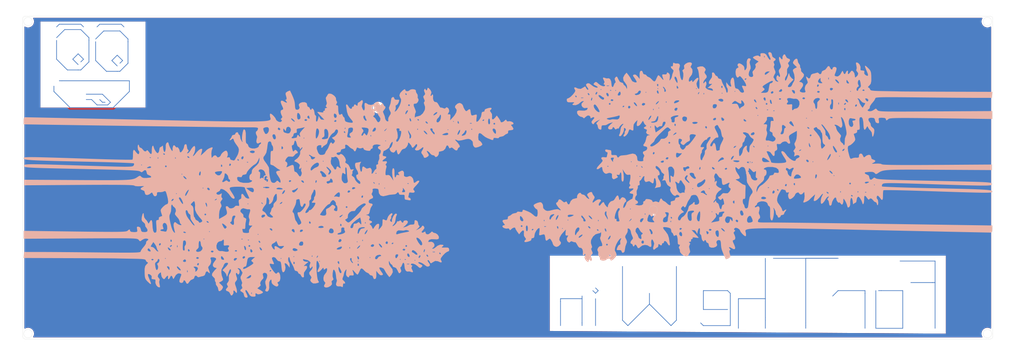
<source format=kicad_pcb>
(kicad_pcb (version 20240108) (generator "pcbnew") (generator_version "8.0")
  (layers (0 "F.Cu" signal) (31 "B.Cu" signal) (34 "B.Paste" user) (35 "F.Paste" user) (36 "B.SilkS" user "B.Silkscreen") (37 "F.SilkS" user "F.Silkscreen") (38 "B.Mask" user) (39 "F.Mask" user) (44 "Edge.Cuts" user))
  (net 0 "")
  (footprint "LOGO" (layer "B.Cu") (at 125.4046 116.6739 90)
    (property "Reference" "G***" (at 0 0 270) (layer "B.SilkS") (effects (font (size 1.5 1.5) (thickness 0.3)) (justify mirror)))
    (property "Value" "LOGO" (hide yes))
  )
  (footprint "LOGO" (layer "B.Cu") (at 267.4769 111.9117 -90)
    (property "Reference" "G***" (at 0 0 90) (layer "B.SilkS") (effects (font (size 1.5 1.5) (thickness 0.3)) (justify mirror)))
    (property "Value" "LOGO" (hide yes))
  )
  (gr_circle (center 239.2411 124.6109) (end 240.4911 124.6109) (stroke (width 0.05)) (fill none) (layer "Edge.Cuts"))
  (gr_circle (center 337.6599 69.0519) (end 338.9099 69.0519) (stroke (width 0.05)) (fill none) (layer "Edge.Cuts"))
  (gr_circle (center 337.6599 161.1211) (end 338.9099 161.1211) (stroke (width 0.05)) (fill none) (layer "Edge.Cuts"))
  (gr_arc (start 339.2473 161.9148) (mid 339.014831 162.476031) (end 338.4536 162.7085) (stroke (width 0.05)) (layer "Edge.Cuts"))
  (gr_line (start 339.2473 68.2582) (end 339.2473 161.9148) (stroke (width 0.05)) (layer "Edge.Cuts"))
  (gr_arc (start 53.5153 68.2582) (mid 53.747769 67.696969) (end 54.309 67.4645) (stroke (width 0.05)) (layer "Edge.Cuts"))
  (gr_line (start 53.5153 68.2582) (end 53.5153 161.9148) (stroke (width 0.05)) (layer "Edge.Cuts"))
  (gr_circle (center 55.1027 161.1211) (end 56.3527 161.1211) (stroke (width 0.05)) (fill none) (layer "Edge.Cuts"))
  (gr_circle (center 158.2837 94.4503) (end 159.5337 94.4503) (stroke (width 0.05)) (fill none) (layer "Edge.Cuts"))
  (gr_line (start 338.4536 162.7085) (end 54.309 162.7085) (stroke (width 0.05)) (layer "Edge.Cuts"))
  (gr_line (start 54.309 67.4645) (end 338.4536 67.4645) (stroke (width 0.05)) (layer "Edge.Cuts"))
  (gr_arc (start 338.4536 67.4645) (mid 339.014831 67.696969) (end 339.2473 68.2582) (stroke (width 0.05)) (layer "Edge.Cuts"))
  (gr_circle (center 55.1027 69.0519) (end 56.3527 69.0519) (stroke (width 0.05)) (fill none) (layer "Edge.Cuts"))
  (gr_arc (start 54.309 162.7085) (mid 53.747769 162.476031) (end 53.5153 161.9148) (stroke (width 0.05)) (layer "Edge.Cuts"))
  (segment (start 84.9259 89.6881) (end 80.1637 94.4503) (width 0.2) (layer "B.Cu") (net 0))
  (segment (start 79.76685 80.56055) (end 81.35425 78.97315) (width 0.2) (layer "B.Cu") (net 0))
  (segment (start 322.2422 139.6912) (end 322.2422 146.0408) (width 0.2) (layer "B.Cu") (net 0))
  (segment (start 66.6708 83.3385) (end 65.8771 82.5448) (width 0.2) (layer "B.Cu") (net 0))
  (segment (start 79.37 94.4503) (end 67.4645 94.4503) (width 0.2) (layer "B.Cu") (net 0))
  (segment (start 65.0834 69.8456) (end 70.6393 69.8456) (width 0.2) (layer "B.Cu") (net 0))
  (segment (start 84.52905 75.00465) (end 84.52905 81.35425) (width 0.2) (layer "B.Cu") (net 0))
  (segment (start 253.984 148.4219) (end 261.1273 148.4219) (width 0.2) (layer "B.Cu") (net 0))
  (segment (start 218.2675 150.803) (end 211.9179 150.803) (width 0.2) (layer "B.Cu") (net 0))
  (segment (start 82.14795 71.82985) (end 84.52905 74.21095) (width 0.2) (layer "B.Cu") (net 0))
  (segment (start 75.00465 80.56055) (end 75.00465 75.00465) (width 0.2) (layer "B.Cu") (net 0))
  (segment (start 222.236 149.2156) (end 221.4423 148.4219) (width 0.2) (layer "B.Cu") (net 0))
  (segment (start 261.921 150.0093) (end 261.921 158.74) (width 0.2) (layer "B.Cu") (net 0))
  (segment (start 292.0816 150.0093) (end 293.669 148.4219) (width 0.2) (layer "B.Cu") (net 0))
  (segment (start 76.9889 90.4818) (end 79.37 92.8629) (width 0.2) (layer "B.Cu") (net 0))
  (segment (start 77.38575 82.94165) (end 75.00465 80.56055) (width 0.2) (layer "B.Cu") (net 0))
  (segment (start 73.0204 73.8141) (end 73.0204 74.6078) (width 0.2) (layer "B.Cu") (net 0))
  (segment (start 261.921 158.74) (end 253.984 158.74) (width 0.2) (layer "B.Cu") (net 0))
  (segment (start 322.2422 146.0408) (end 321.4485 146.0408) (width 0.2) (layer "B.Cu") (net 0))
  (segment (start 293.669 148.4219) (end 301.606 148.4219) (width 0.2) (layer "B.Cu") (net 0))
  (segment (start 84.52905 74.21095) (end 84.52905 75.00465) (width 0.2) (layer "B.Cu") (net 0))
  (segment (start 64.2897 86.5133) (end 65.0834 86.5133) (width 0.2) (layer "B.Cu") (net 0))
  (segment (start 77.38575 71.82985) (end 82.14795 71.82985) (width 0.2) (layer "B.Cu") (net 0))
  (segment (start 70.6393 71.433) (end 73.0204 73.8141) (width 0.2) (layer "B.Cu") (net 0))
  (segment (start 211.9179 150.803) (end 211.9179 151.5967) (width 0.2) (layer "B.Cu") (net 0))
  (segment (start 284.1446 157.9463) (end 284.1446 138.8975) (width 0.2) (layer "B.Cu") (net 0))
  (segment (start 311.9241 139.6912) (end 322.2422 139.6912) (width 0.2) (layer "B.Cu") (net 0))
  (segment (start 312.7178 159.5337) (end 304.7808 159.5337) (width 0.2) (layer "B.Cu") (net 0))
  (segment (start 68.2582 80.1637) (end 69.8456 78.5763) (width 0.2) (layer "B.Cu") (net 0))
  (segment (start 69.8456 83.3385) (end 66.6708 83.3385) (width 0.2) (layer "B.Cu") (net 0))
  (segment (start 65.0834 86.5133) (end 84.9259 86.5133) (width 0.2) (layer "B.Cu") (net 0))
  (segment (start 80.1637 94.4503) (end 79.37 94.4503) (width 0.2) (layer "B.Cu") (net 0))
  (segment (start 84.52905 81.35425) (end 82.14795 83.73535) (width 0.2) (layer "B.Cu") (net 0))
  (segment (start 272.2391 138.8975) (end 272.2391 139.6912) (width 0.2) (layer "B.Cu") (net 0))
  (segment (start 253.984 153.9778) (end 253.984 153.1841) (width 0.2) (layer "B.Cu") (net 0))
  (segment (start 272.2391 150.803) (end 272.2391 156.3589) (width 0.2) (layer "B.Cu") (net 0))
  (segment (start 81.35425 78.97315) (end 82.94165 80.56055) (width 0.2) (layer "B.Cu") (net 0))
  (segment (start 78.17945 83.73535) (end 77.38575 82.94165) (width 0.2) (layer "B.Cu") (net 0))
  (segment (start 82.94165 80.56055) (end 82.14795 81.35425) (width 0.2) (layer "B.Cu") (net 0))
  (segment (start 253.984 153.1841) (end 253.984 148.4219) (width 0.2) (layer "B.Cu") (net 0))
  (segment (start 218.2675 158.74) (end 218.2675 157.9463) (width 0.2) (layer "B.Cu") (net 0))
  (segment (start 62.7023 89.6881) (end 62.7023 88.1007) (width 0.2) (layer "B.Cu") (net 0))
  (segment (start 78.5763 93.6566) (end 75.4015 93.6566) (width 0.2) (layer "B.Cu") (net 0))
  (segment (start 82.5448 69.8456) (end 83.3385 70.6393) (width 0.2) (layer "B.Cu") (net 0))
  (segment (start 72.2267 90.4818) (end 76.9889 90.4818) (width 0.2) (layer "B.Cu") (net 0))
  (segment (start 238.11 152.3904) (end 231.7604 158.74) (width 0.2) (layer "B.Cu") (net 0))
  (segment (start 64.2897 69.8456) (end 65.0834 69.8456) (width 0.2) (layer "B.Cu") (net 0))
  (segment (start 264.3021 159.5337) (end 264.3021 150.803) (width 0.2) (layer "B.Cu") (net 0))
  (segment (start 218.2675 157.9463) (end 218.2675 150.803) (width 0.2) (layer "B.Cu") (net 0))
  (segment (start 73.0204 74.6078) (end 73.0204 80.9574) (width 0.2) (layer "B.Cu") (net 0))
  (segment (start 322.2422 146.0408) (end 322.2422 159.5337) (width 0.2) (layer "B.Cu") (net 0))
  (segment (start 63.496 70.6393) (end 64.2897 69.8456) (width 0.2) (layer "B.Cu") (net 0))
  (segment (start 63.496 80.1637) (end 63.496 74.6078) (width 0.2) (layer "B.Cu") (net 0))
  (segment (start 70.6393 83.3385) (end 69.8456 83.3385) (width 0.2) (layer "B.Cu") (net 0))
  (segment (start 84.9259 86.5133) (end 84.9259 89.6881) (width 0.2) (layer "B.Cu") (net 0))
  (segment (start 246.047 141.2786) (end 246.047 157.1526) (width 0.2) (layer "B.Cu") (net 0))
  (segment (start 211.9179 151.5967) (end 211.9179 158.74) (width 0.2) (layer "B.Cu") (net 0))
  (segment (start 223.0297 148.4219) (end 222.236 149.2156) (width 0.2) (layer "B.Cu") (net 0))
  (segment (start 272.2391 156.3589) (end 272.2391 157.1526) (width 0.2) (layer "B.Cu") (net 0))
  (segment (start 81.35425 82.14795) (end 79.76685 80.56055) (width 0.2) (layer "B.Cu") (net 0))
  (segment (start 272.2391 157.1526) (end 272.2391 159.5337) (width 0.2) (layer "B.Cu") (net 0))
  (segment (start 75.4015 93.6566) (end 73.8141 92.0692) (width 0.2) (layer "B.Cu") (net 0))
  (segment (start 67.4645 94.4503) (end 62.7023 89.6881) (width 0.2) (layer "B.Cu") (net 0))
  (segment (start 76.1952 92.0692) (end 76.9889 92.8629) (width 0.2) (layer "B.Cu") (net 0))
  (segment (start 305.5745 148.4219) (end 306.3682 148.4219) (width 0.2) (layer "B.Cu") (net 0))
  (segment (start 312.7178 148.4219) (end 312.7178 159.5337) (width 0.2) (layer "B.Cu") (net 0))
  (segment (start 65.8771 82.5448) (end 63.496 80.1637) (width 0.2) (layer "B.Cu") (net 0))
  (segment (start 264.3021 150.803) (end 272.2391 150.803) (width 0.2) (layer "B.Cu") (net 0))
  (segment (start 218.2675 150.803) (end 218.2675 150.0093) (width 0.2) (layer "B.Cu") (net 0))
  (segment (start 69.8456 78.5763) (end 71.433 80.1637) (width 0.2) (layer "B.Cu") (net 0))
  (segment (start 82.14795 83.73535) (end 81.35425 83.73535) (width 0.2) (layer "B.Cu") (net 0))
  (segment (start 70.6393 69.8456) (end 71.433 70.6393) (width 0.2) (layer "B.Cu") (net 0))
  (segment (start 76.9889 92.8629) (end 77.7826 92.8629) (width 0.2) (layer "B.Cu") (net 0))
  (segment (start 69.8456 81.7511) (end 68.2582 80.1637) (width 0.2) (layer "B.Cu") (net 0))
  (segment (start 65.8771 71.433) (end 70.6393 71.433) (width 0.2) (layer "B.Cu") (net 0))
  (segment (start 304.7808 159.5337) (end 304.7808 148.4219) (width 0.2) (layer "B.Cu") (net 0))
  (segment (start 272.2391 139.6912) (end 272.2391 150.803) (width 0.2) (layer "B.Cu") (net 0))
  (segment (start 244.4596 158.74) (end 238.11 152.3904) (width 0.2) (layer "B.Cu") (net 0))
  (segment (start 253.984 158.74) (end 253.1903 157.9463) (width 0.2) (layer "B.Cu") (net 0))
  (segment (start 76.1952 69.8456) (end 82.5448 69.8456) (width 0.2) (layer "B.Cu") (net 0))
  (segment (start 81.35425 83.73535) (end 78.17945 83.73535) (width 0.2) (layer "B.Cu") (net 0))
  (segment (start 293.669 138.8975) (end 274.6202 138.8975) (width 0.2) (layer "B.Cu") (net 0))
  (segment (start 246.047 157.1526) (end 244.4596 158.74) (width 0.2) (layer "B.Cu") (net 0))
  (segment (start 231.7604 158.74) (end 230.173 157.1526) (width 0.2) (layer "B.Cu") (net 0))
  (segment (start 301.606 148.4219) (end 301.606 149.2156) (width 0.2) (layer "B.Cu") (net 0))
  (segment (start 71.433 80.1637) (end 70.6393 80.9574) (width 0.2) (layer "B.Cu") (net 0))
  (segment (start 261.1273 148.4219) (end 261.921 149.2156) (width 0.2) (layer "B.Cu") (net 0))
  (segment (start 75.4015 70.6393) (end 76.1952 69.8456) (width 0.2) (layer "B.Cu") (net 0))
  (segment (start 306.3682 148.4219) (end 312.7178 148.4219) (width 0.2) (layer "B.Cu") (net 0))
  (segment (start 261.1273 153.9778) (end 253.984 153.9778) (width 0.2) (layer "B.Cu") (net 0))
  (segment (start 222.236 147.6282) (end 223.0297 148.4219) (width 0.2) (layer "B.Cu") (net 0))
  (segment (start 63.496 73.8141) (end 65.8771 71.433) (width 0.2) (layer "B.Cu") (net 0))
  (segment (start 284.1446 158.74) (end 284.1446 159.5337) (width 0.2) (layer "B.Cu") (net 0))
  (segment (start 222.236 158.74) (end 222.236 150.803) (width 0.2) (layer "B.Cu") (net 0))
  (segment (start 238.11 152.3904) (end 238.11 149.2156) (width 0.2) (layer "B.Cu") (net 0))
  (segment (start 284.1446 138.8975) (end 293.669 138.8975) (width 0.2) (layer "B.Cu") (net 0))
  (segment (start 75.00465 74.21095) (end 77.38575 71.82985) (width 0.2) (layer "B.Cu") (net 0))
  (segment (start 284.1446 158.74) (end 284.1446 157.9463) (width 0.2) (layer "B.Cu") (net 0))
  (segment (start 321.4485 146.0408) (end 315.0989 146.0408) (width 0.2) (layer "B.Cu") (net 0))
  (segment (start 261.921 149.2156) (end 261.921 150.0093) (width 0.2) (layer "B.Cu") (net 0))
  (segment (start 73.8141 92.0692) (end 72.2267 92.0692) (width 0.2) (layer "B.Cu") (net 0))
  (segment (start 230.173 157.1526) (end 230.173 141.2786) (width 0.2) (layer "B.Cu") (net 0))
  (segment (start 73.0204 80.9574) (end 70.6393 83.3385) (width 0.2) (layer "B.Cu") (net 0))
  (segment (start 79.37 92.8629) (end 78.5763 93.6566) (width 0.2) (layer "B.Cu") (net 0))
  (segment (start 301.606 149.2156) (end 301.606 159.5337) (width 0.2) (layer "B.Cu") (net 0))
  (zone (net 0) (net_name "") (layers "F&B.Cu") (connect_pads (clearance 0.5)) (min_thickness 0.25) (fill yes (thermal_gap 0.5) (thermal_bridge_width 0.5) (island_removal_mode 1) (island_area_min 10))
    (polygon (pts (xy 46.8283 62.7023) (xy 347.6406 62.7023) (xy 348.4343 167.4707) (xy 46.8283 165.8833)))
  )
  (zone (net 0) (net_name "") (layers "F&B.Cu" "B.SilkS") (connect_pads (clearance 0)) (min_thickness 0.25)
    (keepout (tracks allowed) (vias allowed) (pads allowed) (copperpour not_allowed) (footprints allowed))
    (fill (thermal_gap 0.5) (thermal_bridge_width 0.5))
    (polygon (pts (xy 208.7431 160.3274) (xy 208.7431 138.1038) (xy 325.417 138.1038) (xy 325.417 161.1211)))
  )
  (zone (net 0) (net_name "") (layers "F&B.Cu" "B.SilkS") (connect_pads (clearance 0)) (min_thickness 0.25)
    (keepout (tracks allowed) (vias allowed) (pads allowed) (copperpour not_allowed) (footprints allowed))
    (fill (thermal_gap 0.5) (thermal_bridge_width 0.5))
    (polygon (pts (xy 89.6881 94.4503) (xy 58.7338 94.4503) (xy 58.7338 69.0519) (xy 89.6881 69.0519)))
  )
)
</source>
